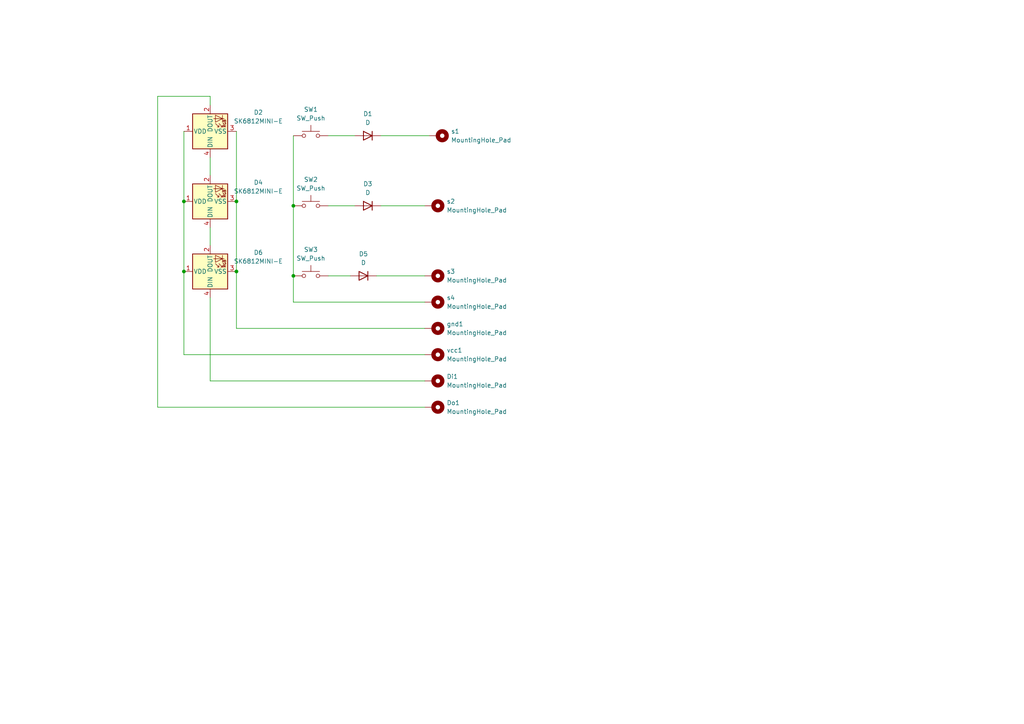
<source format=kicad_sch>
(kicad_sch (version 20231120) (generator "eeschema") (generator_version "8.0")
  (paper "A4")
  (lib_symbols
    (symbol "Device:D" (pin_numbers hide) (pin_names (offset 1.016) hide)
      (property "Reference" "D" (at 0 2.54 0))
      (property "Value" "D" (at 0 -2.54 0))
      (symbol "D_0_1"
        (polyline (pts (xy -1.27 1.27) (xy -1.27 -1.27)) (stroke (width 0.254)))
        (polyline (pts (xy 1.27 0) (xy -1.27 0)))
        (polyline (pts (xy 1.27 1.27) (xy 1.27 -1.27) (xy -1.27 0) (xy 1.27 1.27)) (stroke (width 0.254)))
      )
      (symbol "D_1_1"
        (pin passive line (at -3.81 0 0) (length 2.54) (name "K") (number "1"))
        (pin passive line (at 3.81 0 180) (length 2.54) (name "A") (number "2"))
      )
    )
    (symbol "Mechanical:MountingHole_Pad" (pin_numbers hide) (pin_names (offset 1.016) hide) (exclude_from_sim yes) (in_bom no)
      (property "Reference" "H" (at 0 6.35 0))
      (property "Value" "MountingHole_Pad" (at 0 4.445 0))
      (symbol "MountingHole_Pad_0_1"
        (circle (center 0 1.27) (radius 1.27) (stroke (width 1.27)))
      )
      (symbol "MountingHole_Pad_1_1"
        (pin input line (at 0 -2.54 90) (length 2.54) (name "1") (number "1"))
      )
    )
    (symbol "Switch:SW_Push" (pin_numbers hide) (pin_names (offset 1.016) hide)
      (property "Reference" "SW" (at 1.27 2.54 0))
      (property "Value" "SW_Push" (at 0 -1.524 0))
      (symbol "SW_Push_0_1"
        (circle (center -2.032 0) (radius 0.508))
        (polyline (pts (xy 0 1.27) (xy 0 3.048)))
        (polyline (pts (xy 2.54 1.27) (xy -2.54 1.27)))
        (circle (center 2.032 0) (radius 0.508))
        (pin passive line (at -5.08 0 0) (length 2.54) (name "1") (number "1"))
        (pin passive line (at 5.08 0 180) (length 2.54) (name "2") (number "2"))
      )
    )
    (symbol "kicad-keyboard-parts:SK6812MINI-E" (pin_names (offset 0.254))
      (property "Reference" "D" (at 5.08 5.715 0))
      (property "Value" "SK6812MINI-E" (at 1.27 -5.715 0))
      (symbol "SK6812MINI-E_0_0"
        (text "RGB" (at 2.286 -4.191 0) (effects (font (size 0.762 0.762))))
      )
      (symbol "SK6812MINI-E_0_1"
        (polyline (pts (xy 1.27 -3.556) (xy 1.778 -3.556)))
        (polyline (pts (xy 1.27 -2.54) (xy 1.778 -2.54)))
        (polyline (pts (xy 4.699 -3.556) (xy 2.667 -3.556)))
        (polyline (pts (xy 2.286 -2.54) (xy 1.27 -3.556) (xy 1.27 -3.048)))
        (polyline (pts (xy 2.286 -1.524) (xy 1.27 -2.54) (xy 1.27 -2.032)))
        (polyline (pts (xy 3.683 -1.016) (xy 3.683 -3.556) (xy 3.683 -4.064)))
        (polyline (pts (xy 4.699 -1.524) (xy 2.667 -1.524) (xy 3.683 -3.556) (xy 4.699 -1.524)))
        (rectangle (start 5.08 5.08) (end -5.08 -5.08) (stroke (width 0.254)) (fill (type background)))
      )
      (symbol "SK6812MINI-E_1_1"
        (pin power_in line (at 0 7.62 270) (length 2.54) (name "VDD") (number "1"))
        (pin output line (at 7.62 0 180) (length 2.54) (name "DOUT") (number "2"))
        (pin power_in line (at 0 -7.62 90) (length 2.54) (name "VSS") (number "3"))
        (pin input line (at -7.62 0 0) (length 2.54) (name "DIN") (number "4"))
      )
    )
  )
  (junction (at 68.58 78.74))
  (junction (at 68.58 58.42))
  (junction (at 85.09 59.69))
  (junction (at 53.34 78.74))
  (junction (at 85.09 80.01))
  (junction (at 53.34 58.42))
  (wire (pts (xy 123.19 87.63) (xy 85.09 87.63)))
  (wire (pts (xy 95.25 80.01) (xy 101.6 80.01)))
  (wire (pts (xy 110.49 59.69) (xy 123.19 59.69)))
  (wire (pts (xy 110.49 39.37) (xy 124.46 39.37)))
  (wire (pts (xy 60.96 45.72) (xy 60.96 50.8)))
  (wire (pts (xy 95.25 59.69) (xy 102.87 59.69)))
  (wire (pts (xy 68.58 78.74) (xy 68.58 95.25)))
  (wire (pts (xy 53.34 102.87) (xy 123.19 102.87)))
  (wire (pts (xy 85.09 39.37) (xy 85.09 59.69)))
  (wire (pts (xy 85.09 59.69) (xy 85.09 80.01)))
  (wire (pts (xy 68.58 58.42) (xy 68.58 78.74)))
  (wire (pts (xy 53.34 78.74) (xy 53.34 102.87)))
  (wire (pts (xy 68.58 38.1) (xy 68.58 58.42)))
  (wire (pts (xy 60.96 30.48) (xy 60.96 27.94)))
  (wire (pts (xy 53.34 38.1) (xy 53.34 58.42)))
  (wire (pts (xy 45.72 27.94) (xy 45.72 118.11)))
  (wire (pts (xy 45.72 118.11) (xy 123.19 118.11)))
  (wire (pts (xy 95.25 39.37) (xy 102.87 39.37)))
  (wire (pts (xy 109.22 80.01) (xy 123.19 80.01)))
  (wire (pts (xy 53.34 58.42) (xy 53.34 78.74)))
  (wire (pts (xy 60.96 66.04) (xy 60.96 71.12)))
  (wire (pts (xy 60.96 110.49) (xy 123.19 110.49)))
  (wire (pts (xy 85.09 87.63) (xy 85.09 80.01)))
  (wire (pts (xy 68.58 95.25) (xy 123.19 95.25)))
  (wire (pts (xy 60.96 27.94) (xy 45.72 27.94)))
  (wire (pts (xy 60.96 86.36) (xy 60.96 110.49)))
  (symbol (lib_id "kicad-keyboard-parts:SK6812MINI-E") (at 60.96 38.1 90) (unit 1)
    (property "Reference" "D2" (at 74.93 32.6038 90))
    (property "Value" "SK6812MINI-E" (at 74.93 35.1438 90))
    (property "Footprint" "adrian:SK6812-MINI-E_v2" (effects (hide yes)))
    (property "Datasheet" "https://cdn-shop.adafruit.com/product-files/2686/SK6812MINI_REV.01-1-2.pdf" (effects (hide yes)))
    (property "Description" "Reverse-mount RGB LED with integrated controller" (effects (hide yes)))
  )
  (symbol (lib_id "Device:D") (at 105.41 80.01 0) (mirror y) (unit 1)
    (property "Reference" "D5" (at 105.41 73.66 0))
    (property "Value" "D" (at 105.41 76.2 0))
    (property "Footprint" "Diode_SMD:D_0805_2012Metric" (effects (hide yes)))
    (property "Description" "Diode" (effects (hide yes)))
    (property "Sim.Device" "D" (effects (hide yes)))
    (property "Sim.Pins" "1=K 2=A" (effects (hide yes)))
  )
  (symbol (lib_id "Mechanical:MountingHole_Pad") (at 127 39.37 270) (unit 1) (exclude_from_sim yes) (in_bom no)
    (property "Reference" "s1" (at 130.81 38.0999 90) (effects (justify left)))
    (property "Value" "MountingHole_Pad" (at 130.81 40.6399 90) (effects (justify left)))
    (property "Footprint" "Connector_Wire:SolderWire-0.25sqmm_1x01_D0.65mm_OD1.7mm" (effects (hide yes)))
    (property "Description" "Mounting Hole with connection" (effects (hide yes)))
  )
  (symbol (lib_id "Device:D") (at 106.68 59.69 0) (mirror y) (unit 1)
    (property "Reference" "D3" (at 106.68 53.34 0))
    (property "Value" "D" (at 106.68 55.88 0))
    (property "Footprint" "Diode_SMD:D_0805_2012Metric" (effects (hide yes)))
    (property "Description" "Diode" (effects (hide yes)))
    (property "Sim.Device" "D" (effects (hide yes)))
    (property "Sim.Pins" "1=K 2=A" (effects (hide yes)))
  )
  (symbol (lib_id "Switch:SW_Push") (at 90.17 59.69 0) (mirror y) (unit 1)
    (property "Reference" "SW2" (at 90.17 52.07 0))
    (property "Value" "SW_Push" (at 90.17 54.61 0))
    (property "Footprint" "PCM_Switch_Keyboard_Hotswap_Kailh:SW_Hotswap_Kailh_Choc_V1V2_1.00u" (effects (hide yes)))
    (property "Description" "Push button switch, generic, two pins" (effects (hide yes)))
  )
  (symbol (lib_id "Mechanical:MountingHole_Pad") (at 125.73 95.25 270) (unit 1) (exclude_from_sim yes) (in_bom no)
    (property "Reference" "gnd1" (at 129.54 93.9799 90) (effects (justify left)))
    (property "Value" "MountingHole_Pad" (at 129.54 96.5199 90) (effects (justify left)))
    (property "Footprint" "Connector_Wire:SolderWire-0.25sqmm_1x01_D0.65mm_OD1.7mm" (effects (hide yes)))
    (property "Description" "Mounting Hole with connection" (effects (hide yes)))
  )
  (symbol (lib_id "Mechanical:MountingHole_Pad") (at 125.73 59.69 270) (unit 1) (exclude_from_sim yes) (in_bom no)
    (property "Reference" "s2" (at 129.54 58.4199 90) (effects (justify left)))
    (property "Value" "MountingHole_Pad" (at 129.54 60.9599 90) (effects (justify left)))
    (property "Footprint" "Connector_Wire:SolderWire-0.25sqmm_1x01_D0.65mm_OD1.7mm" (effects (hide yes)))
    (property "Description" "Mounting Hole with connection" (effects (hide yes)))
  )
  (symbol (lib_id "Device:D") (at 106.68 39.37 0) (mirror y) (unit 1)
    (property "Reference" "D1" (at 106.68 33.02 0))
    (property "Value" "D" (at 106.68 35.56 0))
    (property "Footprint" "Diode_SMD:D_0805_2012Metric" (effects (hide yes)))
    (property "Description" "Diode" (effects (hide yes)))
    (property "Sim.Device" "D" (effects (hide yes)))
    (property "Sim.Pins" "1=K 2=A" (effects (hide yes)))
  )
  (symbol (lib_id "Switch:SW_Push") (at 90.17 80.01 0) (mirror y) (unit 1)
    (property "Reference" "SW3" (at 90.17 72.39 0))
    (property "Value" "SW_Push" (at 90.17 74.93 0))
    (property "Footprint" "PCM_Switch_Keyboard_Hotswap_Kailh:SW_Hotswap_Kailh_Choc_V1V2_1.00u" (effects (hide yes)))
    (property "Description" "Push button switch, generic, two pins" (effects (hide yes)))
  )
  (symbol (lib_id "Mechanical:MountingHole_Pad") (at 125.73 110.49 270) (unit 1) (exclude_from_sim yes) (in_bom no)
    (property "Reference" "Di1" (at 129.54 109.2199 90) (effects (justify left)))
    (property "Value" "MountingHole_Pad" (at 129.54 111.7599 90) (effects (justify left)))
    (property "Footprint" "Connector_Wire:SolderWire-0.25sqmm_1x01_D0.65mm_OD1.7mm" (effects (hide yes)))
    (property "Description" "Mounting Hole with connection" (effects (hide yes)))
  )
  (symbol (lib_id "Mechanical:MountingHole_Pad") (at 125.73 118.11 270) (unit 1) (exclude_from_sim yes) (in_bom no)
    (property "Reference" "Do1" (at 129.54 116.8399 90) (effects (justify left)))
    (property "Value" "MountingHole_Pad" (at 129.54 119.3799 90) (effects (justify left)))
    (property "Footprint" "Connector_Wire:SolderWire-0.25sqmm_1x01_D0.65mm_OD1.7mm" (effects (hide yes)))
    (property "Description" "Mounting Hole with connection" (effects (hide yes)))
  )
  (symbol (lib_id "Mechanical:MountingHole_Pad") (at 125.73 87.63 270) (unit 1) (exclude_from_sim yes) (in_bom no)
    (property "Reference" "s4" (at 129.54 86.3599 90) (effects (justify left)))
    (property "Value" "MountingHole_Pad" (at 129.54 88.8999 90) (effects (justify left)))
    (property "Footprint" "Connector_Wire:SolderWire-0.25sqmm_1x01_D0.65mm_OD1.7mm" (effects (hide yes)))
    (property "Description" "Mounting Hole with connection" (effects (hide yes)))
  )
  (symbol (lib_id "kicad-keyboard-parts:SK6812MINI-E") (at 60.96 78.74 90) (unit 1)
    (property "Reference" "D6" (at 74.93 73.2438 90))
    (property "Value" "SK6812MINI-E" (at 74.93 75.7838 90))
    (property "Footprint" "adrian:SK6812-MINI-E_v2" (effects (hide yes)))
    (property "Datasheet" "https://cdn-shop.adafruit.com/product-files/2686/SK6812MINI_REV.01-1-2.pdf" (effects (hide yes)))
    (property "Description" "Reverse-mount RGB LED with integrated controller" (effects (hide yes)))
  )
  (symbol (lib_id "Switch:SW_Push") (at 90.17 39.37 0) (mirror y) (unit 1)
    (property "Reference" "SW1" (at 90.17 31.75 0))
    (property "Value" "SW_Push" (at 90.17 34.29 0))
    (property "Footprint" "PCM_Switch_Keyboard_Hotswap_Kailh:SW_Hotswap_Kailh_Choc_V1V2_1.00u" (effects (hide yes)))
    (property "Description" "Push button switch, generic, two pins" (effects (hide yes)))
  )
  (symbol (lib_id "kicad-keyboard-parts:SK6812MINI-E") (at 60.96 58.42 90) (unit 1)
    (property "Reference" "D4" (at 74.93 52.9238 90))
    (property "Value" "SK6812MINI-E" (at 74.93 55.4638 90))
    (property "Footprint" "adrian:SK6812-MINI-E_v2" (effects (hide yes)))
    (property "Datasheet" "https://cdn-shop.adafruit.com/product-files/2686/SK6812MINI_REV.01-1-2.pdf" (effects (hide yes)))
    (property "Description" "Reverse-mount RGB LED with integrated controller" (effects (hide yes)))
  )
  (symbol (lib_id "Mechanical:MountingHole_Pad") (at 125.73 102.87 270) (unit 1) (exclude_from_sim yes) (in_bom no)
    (property "Reference" "vcc1" (at 129.54 101.5999 90) (effects (justify left)))
    (property "Value" "MountingHole_Pad" (at 129.54 104.1399 90) (effects (justify left)))
    (property "Footprint" "Connector_Wire:SolderWire-0.25sqmm_1x01_D0.65mm_OD1.7mm" (effects (hide yes)))
    (property "Description" "Mounting Hole with connection" (effects (hide yes)))
  )
  (symbol (lib_id "Mechanical:MountingHole_Pad") (at 125.73 80.01 270) (unit 1) (exclude_from_sim yes) (in_bom no)
    (property "Reference" "s3" (at 129.54 78.7399 90) (effects (justify left)))
    (property "Value" "MountingHole_Pad" (at 129.54 81.2799 90) (effects (justify left)))
    (property "Footprint" "Connector_Wire:SolderWire-0.25sqmm_1x01_D0.65mm_OD1.7mm" (effects (hide yes)))
    (property "Description" "Mounting Hole with connection" (effects (hide yes)))
  )
)
</source>
